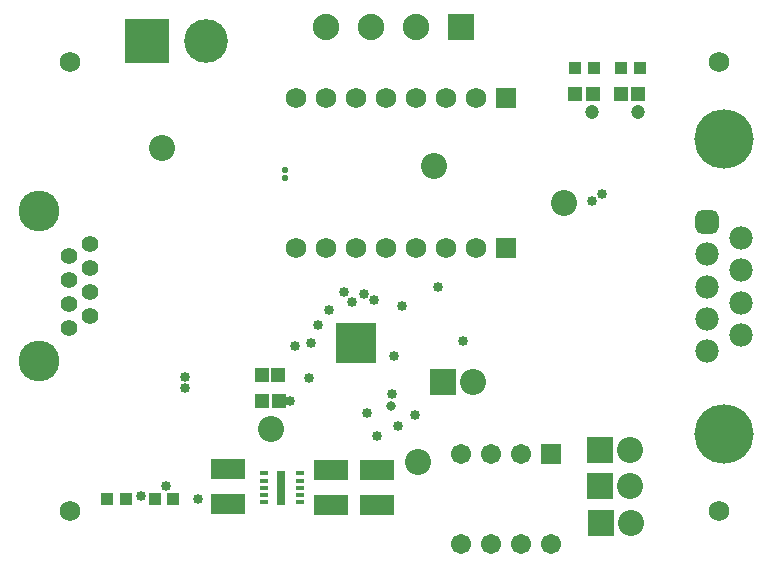
<source format=gts>
G04 Layer_Color=20142*
%FSLAX24Y24*%
%MOIN*%
G70*
G01*
G75*
%ADD77R,0.0276X0.1142*%
%ADD78R,0.0256X0.0118*%
%ADD79R,0.1339X0.1319*%
%ADD80R,0.1182X0.0671*%
%ADD81R,0.0474X0.0513*%
%ADD82R,0.0493X0.0474*%
%ADD83R,0.0395X0.0395*%
%ADD84C,0.0680*%
%ADD85C,0.0552*%
%ADD86C,0.1360*%
%ADD87C,0.0671*%
%ADD88R,0.0671X0.0671*%
%ADD89C,0.0780*%
G04:AMPARAMS|DCode=90|XSize=78mil|YSize=78mil|CornerRadius=21.5mil|HoleSize=0mil|Usage=FLASHONLY|Rotation=90.000|XOffset=0mil|YOffset=0mil|HoleType=Round|Shape=RoundedRectangle|*
%AMROUNDEDRECTD90*
21,1,0.0780,0.0350,0,0,90.0*
21,1,0.0350,0.0780,0,0,90.0*
1,1,0.0430,0.0175,0.0175*
1,1,0.0430,0.0175,-0.0175*
1,1,0.0430,-0.0175,-0.0175*
1,1,0.0430,-0.0175,0.0175*
%
%ADD90ROUNDEDRECTD90*%
%ADD91C,0.1980*%
%ADD92R,0.0680X0.0680*%
%ADD93C,0.0867*%
%ADD94R,0.0867X0.0867*%
%ADD95C,0.1458*%
%ADD96R,0.1458X0.1458*%
%ADD97C,0.0880*%
%ADD98R,0.0880X0.0880*%
%ADD99C,0.0336*%
%ADD100C,0.0332*%
%ADD101C,0.0218*%
%ADD102C,0.0474*%
%ADD103C,0.0316*%
D77*
X12942Y28740D02*
D03*
D78*
X13593Y29213D02*
D03*
Y28976D02*
D03*
Y28740D02*
D03*
Y28504D02*
D03*
Y28268D02*
D03*
X12392D02*
D03*
Y28504D02*
D03*
Y28740D02*
D03*
Y28976D02*
D03*
Y29213D02*
D03*
D79*
X15453Y33573D02*
D03*
D80*
X11201Y29370D02*
D03*
Y28189D02*
D03*
X14606Y28150D02*
D03*
Y29331D02*
D03*
X16142Y28150D02*
D03*
Y29331D02*
D03*
D81*
X24841Y41849D02*
D03*
X24290D02*
D03*
X12867Y32492D02*
D03*
X12315D02*
D03*
X12878Y31629D02*
D03*
X12326D02*
D03*
D82*
X22750Y41849D02*
D03*
X23340D02*
D03*
D83*
X23378Y42722D02*
D03*
X22748D02*
D03*
X24910Y42731D02*
D03*
X24280D02*
D03*
X9370Y28346D02*
D03*
X8740D02*
D03*
X7795D02*
D03*
X7165D02*
D03*
D84*
X5906Y27953D02*
D03*
X27559Y42913D02*
D03*
X5906D02*
D03*
X27559Y27953D02*
D03*
X19472Y41732D02*
D03*
X18472D02*
D03*
X17472D02*
D03*
X16472D02*
D03*
X15472D02*
D03*
X14472D02*
D03*
X13472D02*
D03*
X19472Y36732D02*
D03*
X18472D02*
D03*
X17472D02*
D03*
X16472D02*
D03*
X15472D02*
D03*
X14472D02*
D03*
X13472D02*
D03*
D85*
X5882Y36457D02*
D03*
X6583Y36059D02*
D03*
X5882Y35657D02*
D03*
X6583Y35260D02*
D03*
Y36858D02*
D03*
X5882Y34858D02*
D03*
X6583Y34461D02*
D03*
X5882Y34063D02*
D03*
D86*
X4882Y37961D02*
D03*
Y32961D02*
D03*
D87*
X18972Y26846D02*
D03*
X19972D02*
D03*
X20972D02*
D03*
X21972D02*
D03*
X18972Y29846D02*
D03*
X19972D02*
D03*
X20972D02*
D03*
D88*
X21972D02*
D03*
D89*
X28285Y37058D02*
D03*
Y35978D02*
D03*
Y34898D02*
D03*
Y33818D02*
D03*
X27165Y36518D02*
D03*
Y35438D02*
D03*
Y34358D02*
D03*
Y33278D02*
D03*
D90*
Y37598D02*
D03*
D91*
X27725Y30518D02*
D03*
Y40358D02*
D03*
D92*
X20472Y41732D02*
D03*
Y36732D02*
D03*
D93*
X24622Y27559D02*
D03*
X24583Y29980D02*
D03*
X24602Y28780D02*
D03*
X19346Y32264D02*
D03*
X8980Y40043D02*
D03*
X18051Y39444D02*
D03*
X17534Y29596D02*
D03*
X12618Y30709D02*
D03*
X22387Y38224D02*
D03*
D94*
X23622Y27559D02*
D03*
X23583Y29980D02*
D03*
X23602Y28780D02*
D03*
X18346Y32264D02*
D03*
D95*
X10447Y43613D02*
D03*
D96*
X8479D02*
D03*
D97*
X14447Y44094D02*
D03*
X15947D02*
D03*
X17447D02*
D03*
D98*
X18947D02*
D03*
D99*
X16142Y30474D02*
D03*
X18191Y35436D02*
D03*
X13954Y33555D02*
D03*
X16711Y33119D02*
D03*
X23652Y38529D02*
D03*
X10198Y28365D02*
D03*
X19027Y33611D02*
D03*
X16996Y34809D02*
D03*
X13415Y33459D02*
D03*
X13898Y32404D02*
D03*
X13246Y31622D02*
D03*
X16870Y30787D02*
D03*
X17408Y31167D02*
D03*
X14190Y34163D02*
D03*
X23338Y38287D02*
D03*
X9117Y28799D02*
D03*
X8287Y28465D02*
D03*
X15728Y35207D02*
D03*
X15837Y31211D02*
D03*
X16644Y31850D02*
D03*
X15315Y34911D02*
D03*
X15896Y34006D02*
D03*
X15463D02*
D03*
X15030D02*
D03*
X15896Y33573D02*
D03*
X15463D02*
D03*
X15030D02*
D03*
X15896Y33140D02*
D03*
X15463D02*
D03*
X15030D02*
D03*
X14567Y34656D02*
D03*
X15069Y35256D02*
D03*
X16053Y34980D02*
D03*
D100*
X9750Y32044D02*
D03*
X9754Y32411D02*
D03*
D101*
X13103Y39311D02*
D03*
X13081Y39055D02*
D03*
D102*
X23326Y41276D02*
D03*
X24845Y41255D02*
D03*
D103*
X16634Y31457D02*
D03*
M02*

</source>
